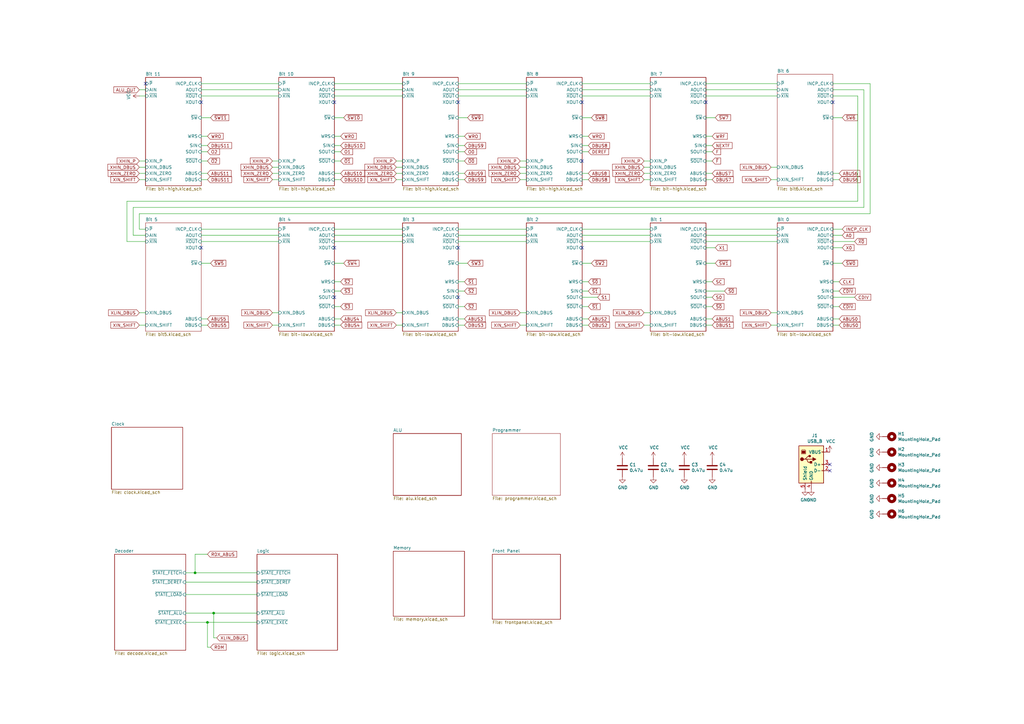
<source format=kicad_sch>
(kicad_sch (version 20210126) (generator eeschema)
  (paper "A3")
  (title_block (title "Q2") (date "2021-02-05") (rev "1") (company "joewing.net"))
  (lib_symbols
    (symbol "Connector:USB_B" (pin_names (offset 1.016))
      (property "Reference" "J" (at -5.08 11.43 0))
      (property "Value" "USB_B" (at -5.08 8.89 0))
      (symbol "USB_B_0_1"
        (circle (center -3.81 2.159) (radius 0.635) (stroke (width 0.254)) (fill (type outline)))
        (circle (center -0.635 3.429) (radius 0.381) (stroke (width 0.254)) (fill (type outline)))
        (rectangle (start -5.08 -7.62) (end 5.08 7.62) (stroke (width 0.254)) (fill (type background)))
        (rectangle (start -3.81 5.588) (end -2.54 4.572) (fill (type outline)))
        (rectangle (start -0.127 -7.62) (end 0.127 -6.858))
        (rectangle (start 0.254 1.27) (end -0.508 0.508) (stroke (width 0.254)) (fill (type outline)))
        (rectangle (start 5.08 -2.667) (end 4.318 -2.413))
        (rectangle (start 5.08 -0.127) (end 4.318 0.127))
        (rectangle (start 5.08 4.953) (end 4.318 5.207))
        (polyline (pts (xy -1.905 2.159) (xy 0.635 2.159)) (stroke (width 0.254)))
        (polyline (pts (xy -3.175 2.159) (xy -2.54 2.159) (xy -1.27 3.429) (xy -0.635 3.429)) (stroke (width 0.254)))
        (polyline (pts (xy -2.54 2.159) (xy -1.905 2.159) (xy -1.27 0.889) (xy 0 0.889)) (stroke (width 0.254)))
        (polyline (pts (xy 0.635 2.794) (xy 0.635 1.524) (xy 1.905 2.159) (xy 0.635 2.794)) (stroke (width 0.254)) (fill (type outline)))
        (polyline (pts (xy -4.064 4.318) (xy -2.286 4.318) (xy -2.286 5.715) (xy -2.667 6.096) (xy -3.683 6.096) (xy -4.064 5.715) (xy -4.064 4.318)))
      )
      (symbol "USB_B_1_1"
        (pin power_out line (at 7.62 5.08 180) (length 2.54) (name "VBUS") (number "1"))
        (pin bidirectional line (at 7.62 -2.54 180) (length 2.54) (name "D-") (number "2"))
        (pin bidirectional line (at 7.62 0 180) (length 2.54) (name "D+") (number "3"))
        (pin power_out line (at 0 -10.16 90) (length 2.54) (name "GND") (number "4"))
        (pin passive line (at -2.54 -10.16 90) (length 2.54) (name "Shield") (number "5"))
      )
    )
    (symbol "Device:C" (pin_numbers hide) (pin_names (offset 0.254))
      (property "Reference" "C" (at 0.635 2.54 0))
      (property "Value" "C" (at 0.635 -2.54 0))
      (symbol "C_0_1"
        (polyline (pts (xy -2.032 -0.762) (xy 2.032 -0.762)) (stroke (width 0.508)))
        (polyline (pts (xy -2.032 0.762) (xy 2.032 0.762)) (stroke (width 0.508)))
      )
      (symbol "C_1_1"
        (pin passive line (at 0 3.81 270) (length 2.794) (name "~") (number "1"))
        (pin passive line (at 0 -3.81 90) (length 2.794) (name "~") (number "2"))
      )
    )
    (symbol "Mechanical:MountingHole_Pad" (pin_numbers hide) (pin_names (offset 1.016) hide)
      (property "Reference" "H" (at 0 6.35 0))
      (property "Value" "MountingHole_Pad" (at 0 4.445 0))
      (symbol "MountingHole_Pad_0_1"
        (circle (center 0 1.27) (radius 1.27) (stroke (width 1.27)))
      )
      (symbol "MountingHole_Pad_1_1"
        (pin input line (at 0 -2.54 90) (length 2.54) (name "1") (number "1"))
      )
    )
    (symbol "power:GND" (power) (pin_names (offset 0))
      (property "Value" "GND" (at 0 -3.81 0))
      (symbol "GND_0_1"
        (polyline (pts (xy 0 0) (xy 0 -1.27) (xy 1.27 -1.27) (xy 0 -2.54) (xy -1.27 -1.27) (xy 0 -1.27)))
      )
      (symbol "GND_1_1"
        (pin power_in line (at 0 0 270) (length 0) hide (name "GND") (number "1"))
      )
    )
    (symbol "power:VCC" (power) (pin_names (offset 0))
      (property "Value" "VCC" (at 0 3.81 0))
      (symbol "VCC_0_1"
        (polyline (pts (xy -0.762 1.27) (xy 0 2.54)))
        (polyline (pts (xy 0 0) (xy 0 2.54)))
        (polyline (pts (xy 0 2.54) (xy 0.762 1.27)))
      )
      (symbol "VCC_1_1"
        (pin power_in line (at 0 0 90) (length 0) hide (name "VCC") (number "1"))
      )
    )
  )
  (junction (at 80.01 234.95) (diameter 0.9144))
  (junction (at 85.09 255.27) (diameter 0.9144))
  (junction (at 87.63 251.46) (diameter 0.9144))
  (no_connect (at 59.69 34.29))
  (no_connect (at 82.55 41.91))
  (no_connect (at 82.55 101.6))
  (no_connect (at 137.16 41.91))
  (no_connect (at 137.16 101.6))
  (no_connect (at 137.16 121.92))
  (no_connect (at 187.96 41.91))
  (no_connect (at 187.96 101.6))
  (no_connect (at 187.96 121.92))
  (no_connect (at 238.76 41.91))
  (no_connect (at 238.76 66.04))
  (no_connect (at 238.76 101.6))
  (no_connect (at 289.56 41.91))
  (no_connect (at 340.36 190.5))
  (no_connect (at 340.36 193.04))
  (no_connect (at 341.63 41.91))
  (wire (pts (xy 52.07 82.55) (xy 351.79 82.55)))
  (wire (pts (xy 52.07 99.06) (xy 52.07 82.55)))
  (wire (pts (xy 52.07 99.06) (xy 59.69 99.06)))
  (wire (pts (xy 54.61 85.09) (xy 54.61 96.52)))
  (wire (pts (xy 54.61 85.09) (xy 354.33 85.09)))
  (wire (pts (xy 54.61 96.52) (xy 59.69 96.52)))
  (wire (pts (xy 57.15 36.83) (xy 59.69 36.83)))
  (wire (pts (xy 57.15 39.37) (xy 59.69 39.37)))
  (wire (pts (xy 57.15 66.04) (xy 59.69 66.04)))
  (wire (pts (xy 57.15 68.58) (xy 59.69 68.58)))
  (wire (pts (xy 57.15 71.12) (xy 59.69 71.12)))
  (wire (pts (xy 57.15 73.66) (xy 59.69 73.66)))
  (wire (pts (xy 57.15 87.63) (xy 356.87 87.63)))
  (wire (pts (xy 57.15 93.98) (xy 57.15 87.63)))
  (wire (pts (xy 57.15 128.27) (xy 59.69 128.27)))
  (wire (pts (xy 57.15 133.35) (xy 59.69 133.35)))
  (wire (pts (xy 59.69 93.98) (xy 57.15 93.98)))
  (wire (pts (xy 76.2 234.95) (xy 80.01 234.95)))
  (wire (pts (xy 76.2 238.76) (xy 105.41 238.76)))
  (wire (pts (xy 76.2 243.84) (xy 105.41 243.84)))
  (wire (pts (xy 76.2 251.46) (xy 87.63 251.46)))
  (wire (pts (xy 76.2 255.27) (xy 85.09 255.27)))
  (wire (pts (xy 80.01 227.33) (xy 80.01 234.95)))
  (wire (pts (xy 80.01 234.95) (xy 105.41 234.95)))
  (wire (pts (xy 82.55 34.29) (xy 114.3 34.29)))
  (wire (pts (xy 82.55 39.37) (xy 114.3 39.37)))
  (wire (pts (xy 82.55 55.88) (xy 85.09 55.88)))
  (wire (pts (xy 82.55 62.23) (xy 85.09 62.23)))
  (wire (pts (xy 82.55 66.04) (xy 85.09 66.04)))
  (wire (pts (xy 82.55 71.12) (xy 85.09 71.12)))
  (wire (pts (xy 82.55 73.66) (xy 85.09 73.66)))
  (wire (pts (xy 82.55 96.52) (xy 114.3 96.52)))
  (wire (pts (xy 82.55 99.06) (xy 114.3 99.06)))
  (wire (pts (xy 82.55 130.81) (xy 85.09 130.81)))
  (wire (pts (xy 82.55 133.35) (xy 85.09 133.35)))
  (wire (pts (xy 85.09 59.69) (xy 82.55 59.69)))
  (wire (pts (xy 85.09 227.33) (xy 80.01 227.33)))
  (wire (pts (xy 85.09 255.27) (xy 105.41 255.27)))
  (wire (pts (xy 85.09 265.43) (xy 85.09 255.27)))
  (wire (pts (xy 86.36 48.26) (xy 82.55 48.26)))
  (wire (pts (xy 86.36 107.95) (xy 82.55 107.95)))
  (wire (pts (xy 86.36 265.43) (xy 85.09 265.43)))
  (wire (pts (xy 87.63 251.46) (xy 105.41 251.46)))
  (wire (pts (xy 87.63 261.62) (xy 87.63 251.46)))
  (wire (pts (xy 88.9 261.62) (xy 87.63 261.62)))
  (wire (pts (xy 111.76 66.04) (xy 114.3 66.04)))
  (wire (pts (xy 111.76 68.58) (xy 114.3 68.58)))
  (wire (pts (xy 111.76 71.12) (xy 114.3 71.12)))
  (wire (pts (xy 111.76 73.66) (xy 114.3 73.66)))
  (wire (pts (xy 111.76 128.27) (xy 114.3 128.27)))
  (wire (pts (xy 111.76 133.35) (xy 114.3 133.35)))
  (wire (pts (xy 114.3 36.83) (xy 82.55 36.83)))
  (wire (pts (xy 114.3 93.98) (xy 82.55 93.98)))
  (wire (pts (xy 137.16 34.29) (xy 165.1 34.29)))
  (wire (pts (xy 137.16 36.83) (xy 165.1 36.83)))
  (wire (pts (xy 137.16 39.37) (xy 165.1 39.37)))
  (wire (pts (xy 137.16 55.88) (xy 139.7 55.88)))
  (wire (pts (xy 137.16 62.23) (xy 139.7 62.23)))
  (wire (pts (xy 137.16 66.04) (xy 139.7 66.04)))
  (wire (pts (xy 137.16 71.12) (xy 139.7 71.12)))
  (wire (pts (xy 137.16 73.66) (xy 139.7 73.66)))
  (wire (pts (xy 137.16 93.98) (xy 165.1 93.98)))
  (wire (pts (xy 137.16 96.52) (xy 165.1 96.52)))
  (wire (pts (xy 137.16 99.06) (xy 165.1 99.06)))
  (wire (pts (xy 137.16 115.57) (xy 139.7 115.57)))
  (wire (pts (xy 137.16 125.73) (xy 139.7 125.73)))
  (wire (pts (xy 137.16 130.81) (xy 139.7 130.81)))
  (wire (pts (xy 137.16 133.35) (xy 139.7 133.35)))
  (wire (pts (xy 139.7 59.69) (xy 137.16 59.69)))
  (wire (pts (xy 139.7 119.38) (xy 137.16 119.38)))
  (wire (pts (xy 140.97 48.26) (xy 137.16 48.26)))
  (wire (pts (xy 140.97 107.95) (xy 137.16 107.95)))
  (wire (pts (xy 162.56 66.04) (xy 165.1 66.04)))
  (wire (pts (xy 162.56 68.58) (xy 165.1 68.58)))
  (wire (pts (xy 162.56 71.12) (xy 165.1 71.12)))
  (wire (pts (xy 162.56 73.66) (xy 165.1 73.66)))
  (wire (pts (xy 162.56 128.27) (xy 165.1 128.27)))
  (wire (pts (xy 162.56 133.35) (xy 165.1 133.35)))
  (wire (pts (xy 187.96 34.29) (xy 215.9 34.29)))
  (wire (pts (xy 187.96 36.83) (xy 215.9 36.83)))
  (wire (pts (xy 187.96 39.37) (xy 215.9 39.37)))
  (wire (pts (xy 187.96 55.88) (xy 190.5 55.88)))
  (wire (pts (xy 187.96 62.23) (xy 190.5 62.23)))
  (wire (pts (xy 187.96 66.04) (xy 190.5 66.04)))
  (wire (pts (xy 187.96 71.12) (xy 190.5 71.12)))
  (wire (pts (xy 187.96 73.66) (xy 190.5 73.66)))
  (wire (pts (xy 187.96 93.98) (xy 215.9 93.98)))
  (wire (pts (xy 187.96 96.52) (xy 215.9 96.52)))
  (wire (pts (xy 187.96 99.06) (xy 215.9 99.06)))
  (wire (pts (xy 187.96 115.57) (xy 190.5 115.57)))
  (wire (pts (xy 187.96 125.73) (xy 190.5 125.73)))
  (wire (pts (xy 187.96 130.81) (xy 190.5 130.81)))
  (wire (pts (xy 187.96 133.35) (xy 190.5 133.35)))
  (wire (pts (xy 190.5 59.69) (xy 187.96 59.69)))
  (wire (pts (xy 190.5 119.38) (xy 187.96 119.38)))
  (wire (pts (xy 191.77 48.26) (xy 187.96 48.26)))
  (wire (pts (xy 191.77 107.95) (xy 187.96 107.95)))
  (wire (pts (xy 213.36 66.04) (xy 215.9 66.04)))
  (wire (pts (xy 213.36 68.58) (xy 215.9 68.58)))
  (wire (pts (xy 213.36 71.12) (xy 215.9 71.12)))
  (wire (pts (xy 213.36 73.66) (xy 215.9 73.66)))
  (wire (pts (xy 213.36 128.27) (xy 215.9 128.27)))
  (wire (pts (xy 213.36 133.35) (xy 215.9 133.35)))
  (wire (pts (xy 238.76 34.29) (xy 266.7 34.29)))
  (wire (pts (xy 238.76 36.83) (xy 266.7 36.83)))
  (wire (pts (xy 238.76 39.37) (xy 266.7 39.37)))
  (wire (pts (xy 238.76 55.88) (xy 241.3 55.88)))
  (wire (pts (xy 238.76 62.23) (xy 241.3 62.23)))
  (wire (pts (xy 238.76 71.12) (xy 241.3 71.12)))
  (wire (pts (xy 238.76 73.66) (xy 241.3 73.66)))
  (wire (pts (xy 238.76 93.98) (xy 266.7 93.98)))
  (wire (pts (xy 238.76 96.52) (xy 266.7 96.52)))
  (wire (pts (xy 238.76 99.06) (xy 266.7 99.06)))
  (wire (pts (xy 238.76 115.57) (xy 241.3 115.57)))
  (wire (pts (xy 238.76 121.92) (xy 245.11 121.92)))
  (wire (pts (xy 238.76 125.73) (xy 241.3 125.73)))
  (wire (pts (xy 238.76 130.81) (xy 241.3 130.81)))
  (wire (pts (xy 238.76 133.35) (xy 241.3 133.35)))
  (wire (pts (xy 241.3 59.69) (xy 238.76 59.69)))
  (wire (pts (xy 241.3 119.38) (xy 238.76 119.38)))
  (wire (pts (xy 242.57 48.26) (xy 238.76 48.26)))
  (wire (pts (xy 242.57 107.95) (xy 238.76 107.95)))
  (wire (pts (xy 264.16 66.04) (xy 266.7 66.04)))
  (wire (pts (xy 264.16 68.58) (xy 266.7 68.58)))
  (wire (pts (xy 264.16 71.12) (xy 266.7 71.12)))
  (wire (pts (xy 264.16 73.66) (xy 266.7 73.66)))
  (wire (pts (xy 264.16 128.27) (xy 266.7 128.27)))
  (wire (pts (xy 264.16 133.35) (xy 266.7 133.35)))
  (wire (pts (xy 289.56 34.29) (xy 318.77 34.29)))
  (wire (pts (xy 289.56 36.83) (xy 318.77 36.83)))
  (wire (pts (xy 289.56 39.37) (xy 318.77 39.37)))
  (wire (pts (xy 289.56 55.88) (xy 292.1 55.88)))
  (wire (pts (xy 289.56 62.23) (xy 292.1 62.23)))
  (wire (pts (xy 289.56 66.04) (xy 292.1 66.04)))
  (wire (pts (xy 289.56 71.12) (xy 292.1 71.12)))
  (wire (pts (xy 289.56 73.66) (xy 292.1 73.66)))
  (wire (pts (xy 289.56 93.98) (xy 318.77 93.98)))
  (wire (pts (xy 289.56 96.52) (xy 318.77 96.52)))
  (wire (pts (xy 289.56 99.06) (xy 318.77 99.06)))
  (wire (pts (xy 289.56 115.57) (xy 292.1 115.57)))
  (wire (pts (xy 289.56 119.38) (xy 297.18 119.38)))
  (wire (pts (xy 289.56 121.92) (xy 292.1 121.92)))
  (wire (pts (xy 289.56 125.73) (xy 292.1 125.73)))
  (wire (pts (xy 289.56 130.81) (xy 292.1 130.81)))
  (wire (pts (xy 289.56 133.35) (xy 292.1 133.35)))
  (wire (pts (xy 292.1 59.69) (xy 289.56 59.69)))
  (wire (pts (xy 293.37 48.26) (xy 289.56 48.26)))
  (wire (pts (xy 293.37 101.6) (xy 289.56 101.6)))
  (wire (pts (xy 293.37 107.95) (xy 289.56 107.95)))
  (wire (pts (xy 316.23 68.58) (xy 318.77 68.58)))
  (wire (pts (xy 316.23 73.66) (xy 318.77 73.66)))
  (wire (pts (xy 316.23 128.27) (xy 318.77 128.27)))
  (wire (pts (xy 316.23 133.35) (xy 318.77 133.35)))
  (wire (pts (xy 341.63 36.83) (xy 354.33 36.83)))
  (wire (pts (xy 341.63 71.12) (xy 344.17 71.12)))
  (wire (pts (xy 341.63 73.66) (xy 344.17 73.66)))
  (wire (pts (xy 341.63 93.98) (xy 345.44 93.98)))
  (wire (pts (xy 341.63 115.57) (xy 344.17 115.57)))
  (wire (pts (xy 341.63 121.92) (xy 350.52 121.92)))
  (wire (pts (xy 341.63 125.73) (xy 344.17 125.73)))
  (wire (pts (xy 341.63 130.81) (xy 344.17 130.81)))
  (wire (pts (xy 341.63 133.35) (xy 344.17 133.35)))
  (wire (pts (xy 344.17 119.38) (xy 341.63 119.38)))
  (wire (pts (xy 345.44 48.26) (xy 341.63 48.26)))
  (wire (pts (xy 345.44 96.52) (xy 341.63 96.52)))
  (wire (pts (xy 345.44 101.6) (xy 341.63 101.6)))
  (wire (pts (xy 345.44 107.95) (xy 341.63 107.95)))
  (wire (pts (xy 350.52 99.06) (xy 341.63 99.06)))
  (wire (pts (xy 351.79 39.37) (xy 341.63 39.37)))
  (wire (pts (xy 351.79 82.55) (xy 351.79 39.37)))
  (wire (pts (xy 354.33 36.83) (xy 354.33 85.09)))
  (wire (pts (xy 356.87 34.29) (xy 341.63 34.29)))
  (wire (pts (xy 356.87 34.29) (xy 356.87 87.63)))
  (global_label "ALU_OUT" (shape input) (at 57.15 36.83 180) (property "Intersheet References" "${INTERSHEET_REFS}" (effects hide)))
  (global_label "XHIN_P" (shape input) (at 57.15 66.04 180) (property "Intersheet References" "${INTERSHEET_REFS}" (effects hide)))
  (global_label "XHIN_DBUS" (shape input) (at 57.15 68.58 180) (property "Intersheet References" "${INTERSHEET_REFS}" (effects hide)))
  (global_label "XHIN_ZERO" (shape input) (at 57.15 71.12 180) (property "Intersheet References" "${INTERSHEET_REFS}" (effects hide)))
  (global_label "XIN_SHIFT" (shape input) (at 57.15 73.66 180) (property "Intersheet References" "${INTERSHEET_REFS}" (effects hide)))
  (global_label "XLIN_DBUS" (shape input) (at 57.15 128.27 180) (property "Intersheet References" "${INTERSHEET_REFS}" (effects hide)))
  (global_label "XIN_SHIFT" (shape input) (at 57.15 133.35 180) (property "Intersheet References" "${INTERSHEET_REFS}" (effects hide)))
  (global_label "WRO" (shape input) (at 85.09 55.88 0) (property "Intersheet References" "${INTERSHEET_REFS}" (effects hide)))
  (global_label "DBUS11" (shape input) (at 85.09 59.69 0) (property "Intersheet References" "${INTERSHEET_REFS}" (effects hide)))
  (global_label "O2" (shape input) (at 85.09 62.23 0) (property "Intersheet References" "${INTERSHEET_REFS}" (effects hide)))
  (global_label "~O2" (shape input) (at 85.09 66.04 0) (property "Intersheet References" "${INTERSHEET_REFS}" (effects hide)))
  (global_label "ABUS11" (shape input) (at 85.09 71.12 0) (property "Intersheet References" "${INTERSHEET_REFS}" (effects hide)))
  (global_label "DBUS11" (shape input) (at 85.09 73.66 0) (property "Intersheet References" "${INTERSHEET_REFS}" (effects hide)))
  (global_label "ABUS5" (shape input) (at 85.09 130.81 0) (property "Intersheet References" "${INTERSHEET_REFS}" (effects hide)))
  (global_label "DBUS5" (shape input) (at 85.09 133.35 0) (property "Intersheet References" "${INTERSHEET_REFS}" (effects hide)))
  (global_label "RDX_ABUS" (shape input) (at 85.09 227.33 0) (property "Intersheet References" "${INTERSHEET_REFS}" (effects hide)))
  (global_label "~SW11" (shape input) (at 86.36 48.26 0) (property "Intersheet References" "${INTERSHEET_REFS}" (effects hide)))
  (global_label "~SW5" (shape input) (at 86.36 107.95 0) (property "Intersheet References" "${INTERSHEET_REFS}" (effects hide)))
  (global_label "RDM" (shape input) (at 86.36 265.43 0) (property "Intersheet References" "${INTERSHEET_REFS}" (effects hide)))
  (global_label "XLIN_DBUS" (shape input) (at 88.9 261.62 0) (property "Intersheet References" "${INTERSHEET_REFS}" (effects hide)))
  (global_label "XHIN_P" (shape input) (at 111.76 66.04 180) (property "Intersheet References" "${INTERSHEET_REFS}" (effects hide)))
  (global_label "XHIN_DBUS" (shape input) (at 111.76 68.58 180) (property "Intersheet References" "${INTERSHEET_REFS}" (effects hide)))
  (global_label "XHIN_ZERO" (shape input) (at 111.76 71.12 180) (property "Intersheet References" "${INTERSHEET_REFS}" (effects hide)))
  (global_label "XIN_SHIFT" (shape input) (at 111.76 73.66 180) (property "Intersheet References" "${INTERSHEET_REFS}" (effects hide)))
  (global_label "XLIN_DBUS" (shape input) (at 111.76 128.27 180) (property "Intersheet References" "${INTERSHEET_REFS}" (effects hide)))
  (global_label "XIN_SHIFT" (shape input) (at 111.76 133.35 180) (property "Intersheet References" "${INTERSHEET_REFS}" (effects hide)))
  (global_label "WRO" (shape input) (at 139.7 55.88 0) (property "Intersheet References" "${INTERSHEET_REFS}" (effects hide)))
  (global_label "DBUS10" (shape input) (at 139.7 59.69 0) (property "Intersheet References" "${INTERSHEET_REFS}" (effects hide)))
  (global_label "O1" (shape input) (at 139.7 62.23 0) (property "Intersheet References" "${INTERSHEET_REFS}" (effects hide)))
  (global_label "~O1" (shape input) (at 139.7 66.04 0) (property "Intersheet References" "${INTERSHEET_REFS}" (effects hide)))
  (global_label "ABUS10" (shape input) (at 139.7 71.12 0) (property "Intersheet References" "${INTERSHEET_REFS}" (effects hide)))
  (global_label "DBUS10" (shape input) (at 139.7 73.66 0) (property "Intersheet References" "${INTERSHEET_REFS}" (effects hide)))
  (global_label "~S2" (shape input) (at 139.7 115.57 0) (property "Intersheet References" "${INTERSHEET_REFS}" (effects hide)))
  (global_label "~S3" (shape input) (at 139.7 119.38 0) (property "Intersheet References" "${INTERSHEET_REFS}" (effects hide)))
  (global_label "~S3" (shape input) (at 139.7 125.73 0) (property "Intersheet References" "${INTERSHEET_REFS}" (effects hide)))
  (global_label "ABUS4" (shape input) (at 139.7 130.81 0) (property "Intersheet References" "${INTERSHEET_REFS}" (effects hide)))
  (global_label "DBUS4" (shape input) (at 139.7 133.35 0) (property "Intersheet References" "${INTERSHEET_REFS}" (effects hide)))
  (global_label "~SW10" (shape input) (at 140.97 48.26 0) (property "Intersheet References" "${INTERSHEET_REFS}" (effects hide)))
  (global_label "~SW4" (shape input) (at 140.97 107.95 0) (property "Intersheet References" "${INTERSHEET_REFS}" (effects hide)))
  (global_label "XHIN_P" (shape input) (at 162.56 66.04 180) (property "Intersheet References" "${INTERSHEET_REFS}" (effects hide)))
  (global_label "XHIN_DBUS" (shape input) (at 162.56 68.58 180) (property "Intersheet References" "${INTERSHEET_REFS}" (effects hide)))
  (global_label "XHIN_ZERO" (shape input) (at 162.56 71.12 180) (property "Intersheet References" "${INTERSHEET_REFS}" (effects hide)))
  (global_label "XIN_SHIFT" (shape input) (at 162.56 73.66 180) (property "Intersheet References" "${INTERSHEET_REFS}" (effects hide)))
  (global_label "XLIN_DBUS" (shape input) (at 162.56 128.27 180) (property "Intersheet References" "${INTERSHEET_REFS}" (effects hide)))
  (global_label "XIN_SHIFT" (shape input) (at 162.56 133.35 180) (property "Intersheet References" "${INTERSHEET_REFS}" (effects hide)))
  (global_label "WRO" (shape input) (at 190.5 55.88 0) (property "Intersheet References" "${INTERSHEET_REFS}" (effects hide)))
  (global_label "DBUS9" (shape input) (at 190.5 59.69 0) (property "Intersheet References" "${INTERSHEET_REFS}" (effects hide)))
  (global_label "O0" (shape input) (at 190.5 62.23 0) (property "Intersheet References" "${INTERSHEET_REFS}" (effects hide)))
  (global_label "~O0" (shape input) (at 190.5 66.04 0) (property "Intersheet References" "${INTERSHEET_REFS}" (effects hide)))
  (global_label "ABUS9" (shape input) (at 190.5 71.12 0) (property "Intersheet References" "${INTERSHEET_REFS}" (effects hide)))
  (global_label "DBUS9" (shape input) (at 190.5 73.66 0) (property "Intersheet References" "${INTERSHEET_REFS}" (effects hide)))
  (global_label "~S1" (shape input) (at 190.5 115.57 0) (property "Intersheet References" "${INTERSHEET_REFS}" (effects hide)))
  (global_label "~S2" (shape input) (at 190.5 119.38 0) (property "Intersheet References" "${INTERSHEET_REFS}" (effects hide)))
  (global_label "~S2" (shape input) (at 190.5 125.73 0) (property "Intersheet References" "${INTERSHEET_REFS}" (effects hide)))
  (global_label "ABUS3" (shape input) (at 190.5 130.81 0) (property "Intersheet References" "${INTERSHEET_REFS}" (effects hide)))
  (global_label "DBUS3" (shape input) (at 190.5 133.35 0) (property "Intersheet References" "${INTERSHEET_REFS}" (effects hide)))
  (global_label "~SW9" (shape input) (at 191.77 48.26 0) (property "Intersheet References" "${INTERSHEET_REFS}" (effects hide)))
  (global_label "~SW3" (shape input) (at 191.77 107.95 0) (property "Intersheet References" "${INTERSHEET_REFS}" (effects hide)))
  (global_label "XHIN_P" (shape input) (at 213.36 66.04 180) (property "Intersheet References" "${INTERSHEET_REFS}" (effects hide)))
  (global_label "XHIN_DBUS" (shape input) (at 213.36 68.58 180) (property "Intersheet References" "${INTERSHEET_REFS}" (effects hide)))
  (global_label "XHIN_ZERO" (shape input) (at 213.36 71.12 180) (property "Intersheet References" "${INTERSHEET_REFS}" (effects hide)))
  (global_label "XIN_SHIFT" (shape input) (at 213.36 73.66 180) (property "Intersheet References" "${INTERSHEET_REFS}" (effects hide)))
  (global_label "XLIN_DBUS" (shape input) (at 213.36 128.27 180) (property "Intersheet References" "${INTERSHEET_REFS}" (effects hide)))
  (global_label "XIN_SHIFT" (shape input) (at 213.36 133.35 180) (property "Intersheet References" "${INTERSHEET_REFS}" (effects hide)))
  (global_label "WRO" (shape input) (at 241.3 55.88 0) (property "Intersheet References" "${INTERSHEET_REFS}" (effects hide)))
  (global_label "DBUS8" (shape input) (at 241.3 59.69 0) (property "Intersheet References" "${INTERSHEET_REFS}" (effects hide)))
  (global_label "DEREF" (shape input) (at 241.3 62.23 0) (property "Intersheet References" "${INTERSHEET_REFS}" (effects hide)))
  (global_label "ABUS8" (shape input) (at 241.3 71.12 0) (property "Intersheet References" "${INTERSHEET_REFS}" (effects hide)))
  (global_label "DBUS8" (shape input) (at 241.3 73.66 0) (property "Intersheet References" "${INTERSHEET_REFS}" (effects hide)))
  (global_label "~S0" (shape input) (at 241.3 115.57 0) (property "Intersheet References" "${INTERSHEET_REFS}" (effects hide)))
  (global_label "~S1" (shape input) (at 241.3 119.38 0) (property "Intersheet References" "${INTERSHEET_REFS}" (effects hide)))
  (global_label "~S1" (shape input) (at 241.3 125.73 0) (property "Intersheet References" "${INTERSHEET_REFS}" (effects hide)))
  (global_label "ABUS2" (shape input) (at 241.3 130.81 0) (property "Intersheet References" "${INTERSHEET_REFS}" (effects hide)))
  (global_label "DBUS2" (shape input) (at 241.3 133.35 0) (property "Intersheet References" "${INTERSHEET_REFS}" (effects hide)))
  (global_label "~SW8" (shape input) (at 242.57 48.26 0) (property "Intersheet References" "${INTERSHEET_REFS}" (effects hide)))
  (global_label "~SW2" (shape input) (at 242.57 107.95 0) (property "Intersheet References" "${INTERSHEET_REFS}" (effects hide)))
  (global_label "S1" (shape input) (at 245.11 121.92 0) (property "Intersheet References" "${INTERSHEET_REFS}" (effects hide)))
  (global_label "XHIN_P" (shape input) (at 264.16 66.04 180) (property "Intersheet References" "${INTERSHEET_REFS}" (effects hide)))
  (global_label "XHIN_DBUS" (shape input) (at 264.16 68.58 180) (property "Intersheet References" "${INTERSHEET_REFS}" (effects hide)))
  (global_label "XHIN_ZERO" (shape input) (at 264.16 71.12 180) (property "Intersheet References" "${INTERSHEET_REFS}" (effects hide)))
  (global_label "XIN_SHIFT" (shape input) (at 264.16 73.66 180) (property "Intersheet References" "${INTERSHEET_REFS}" (effects hide)))
  (global_label "XLIN_DBUS" (shape input) (at 264.16 128.27 180) (property "Intersheet References" "${INTERSHEET_REFS}" (effects hide)))
  (global_label "XIN_SHIFT" (shape input) (at 264.16 133.35 180) (property "Intersheet References" "${INTERSHEET_REFS}" (effects hide)))
  (global_label "WRF" (shape input) (at 292.1 55.88 0) (property "Intersheet References" "${INTERSHEET_REFS}" (effects hide)))
  (global_label "NEXTF" (shape input) (at 292.1 59.69 0) (property "Intersheet References" "${INTERSHEET_REFS}" (effects hide)))
  (global_label "F" (shape input) (at 292.1 62.23 0) (property "Intersheet References" "${INTERSHEET_REFS}" (effects hide)))
  (global_label "~F" (shape input) (at 292.1 66.04 0) (property "Intersheet References" "${INTERSHEET_REFS}" (effects hide)))
  (global_label "ABUS7" (shape input) (at 292.1 71.12 0) (property "Intersheet References" "${INTERSHEET_REFS}" (effects hide)))
  (global_label "DBUS7" (shape input) (at 292.1 73.66 0) (property "Intersheet References" "${INTERSHEET_REFS}" (effects hide)))
  (global_label "SC" (shape input) (at 292.1 115.57 0) (property "Intersheet References" "${INTERSHEET_REFS}" (effects hide)))
  (global_label "S0" (shape input) (at 292.1 121.92 0) (property "Intersheet References" "${INTERSHEET_REFS}" (effects hide)))
  (global_label "~S0" (shape input) (at 292.1 125.73 0) (property "Intersheet References" "${INTERSHEET_REFS}" (effects hide)))
  (global_label "ABUS1" (shape input) (at 292.1 130.81 0) (property "Intersheet References" "${INTERSHEET_REFS}" (effects hide)))
  (global_label "DBUS1" (shape input) (at 292.1 133.35 0) (property "Intersheet References" "${INTERSHEET_REFS}" (effects hide)))
  (global_label "~SW7" (shape input) (at 293.37 48.26 0) (property "Intersheet References" "${INTERSHEET_REFS}" (effects hide)))
  (global_label "X1" (shape input) (at 293.37 101.6 0) (property "Intersheet References" "${INTERSHEET_REFS}" (effects hide)))
  (global_label "~SW1" (shape input) (at 293.37 107.95 0) (property "Intersheet References" "${INTERSHEET_REFS}" (effects hide)))
  (global_label "~S0" (shape input) (at 297.18 119.38 0) (property "Intersheet References" "${INTERSHEET_REFS}" (effects hide)))
  (global_label "XLIN_DBUS" (shape input) (at 316.23 68.58 180) (property "Intersheet References" "${INTERSHEET_REFS}" (effects hide)))
  (global_label "XIN_SHIFT" (shape input) (at 316.23 73.66 180) (property "Intersheet References" "${INTERSHEET_REFS}" (effects hide)))
  (global_label "XLIN_DBUS" (shape input) (at 316.23 128.27 180) (property "Intersheet References" "${INTERSHEET_REFS}" (effects hide)))
  (global_label "XIN_SHIFT" (shape input) (at 316.23 133.35 180) (property "Intersheet References" "${INTERSHEET_REFS}" (effects hide)))
  (global_label "ABUS6" (shape input) (at 344.17 71.12 0) (property "Intersheet References" "${INTERSHEET_REFS}" (effects hide)))
  (global_label "DBUS6" (shape input) (at 344.17 73.66 0) (property "Intersheet References" "${INTERSHEET_REFS}" (effects hide)))
  (global_label "CLK" (shape input) (at 344.17 115.57 0) (property "Intersheet References" "${INTERSHEET_REFS}" (effects hide)))
  (global_label "~CDIV" (shape input) (at 344.17 119.38 0) (property "Intersheet References" "${INTERSHEET_REFS}" (effects hide)))
  (global_label "~CDIV" (shape input) (at 344.17 125.73 0) (property "Intersheet References" "${INTERSHEET_REFS}" (effects hide)))
  (global_label "ABUS0" (shape input) (at 344.17 130.81 0) (property "Intersheet References" "${INTERSHEET_REFS}" (effects hide)))
  (global_label "DBUS0" (shape input) (at 344.17 133.35 0) (property "Intersheet References" "${INTERSHEET_REFS}" (effects hide)))
  (global_label "~SW6" (shape input) (at 345.44 48.26 0) (property "Intersheet References" "${INTERSHEET_REFS}" (effects hide)))
  (global_label "INCP_CLK" (shape input) (at 345.44 93.98 0) (property "Intersheet References" "${INTERSHEET_REFS}" (effects hide)))
  (global_label "A0" (shape input) (at 345.44 96.52 0) (property "Intersheet References" "${INTERSHEET_REFS}" (effects hide)))
  (global_label "X0" (shape input) (at 345.44 101.6 0) (property "Intersheet References" "${INTERSHEET_REFS}" (effects hide)))
  (global_label "~SW0" (shape input) (at 345.44 107.95 0) (property "Intersheet References" "${INTERSHEET_REFS}" (effects hide)))
  (global_label "~X0" (shape input) (at 350.52 99.06 0) (property "Intersheet References" "${INTERSHEET_REFS}" (effects hide)))
  (global_label "CDIV" (shape input) (at 350.52 121.92 0) (property "Intersheet References" "${INTERSHEET_REFS}" (effects hide)))
  (symbol (lib_id "power:VCC") (at 57.15 39.37 90) (unit 1)
    (property "Reference" "#PWR01" (effects hide))
    (property "Value" "VCC" (at 52.7558 38.9382 0))
  )
  (symbol (lib_id "power:VCC") (at 255.27 187.96 0) (unit 1)
    (property "Reference" "#PWR019" (effects hide))
    (property "Value" "VCC" (at 255.7018 183.5658 0))
  )
  (symbol (lib_id "power:VCC") (at 267.97 187.96 0) (unit 1)
    (property "Reference" "#PWR020" (effects hide))
    (property "Value" "VCC" (at 268.4018 183.5658 0))
  )
  (symbol (lib_id "power:VCC") (at 280.67 187.96 0) (unit 1)
    (property "Reference" "#PWR021" (effects hide))
    (property "Value" "VCC" (at 281.1018 183.5658 0))
  )
  (symbol (lib_id "power:VCC") (at 292.1 187.96 0) (unit 1)
    (property "Reference" "#PWR022" (effects hide))
    (property "Value" "VCC" (at 292.5318 183.5658 0))
  )
  (symbol (lib_id "power:VCC") (at 340.36 185.42 0) (unit 1)
    (property "Reference" "#PWR017" (effects hide))
    (property "Value" "VCC" (at 340.741 181.0258 0))
  )
  (symbol (lib_id "power:GND") (at 255.27 195.58 0) (unit 1)
    (property "Reference" "#PWR024" (effects hide))
    (property "Value" "GND" (at 255.397 199.9742 0))
  )
  (symbol (lib_id "power:GND") (at 267.97 195.58 0) (unit 1)
    (property "Reference" "#PWR025" (effects hide))
    (property "Value" "GND" (at 268.097 199.9742 0))
  )
  (symbol (lib_id "power:GND") (at 280.67 195.58 0) (unit 1)
    (property "Reference" "#PWR026" (effects hide))
    (property "Value" "GND" (at 280.797 199.9742 0))
  )
  (symbol (lib_id "power:GND") (at 292.1 195.58 0) (unit 1)
    (property "Reference" "#PWR027" (effects hide))
    (property "Value" "GND" (at 292.227 199.9742 0))
  )
  (symbol (lib_id "power:GND") (at 330.2 200.66 0) (unit 1)
    (property "Reference" "#PWR029" (effects hide))
    (property "Value" "GND" (at 330.327 205.0542 0))
  )
  (symbol (lib_id "power:GND") (at 332.74 200.66 0) (unit 1)
    (property "Reference" "#PWR030" (effects hide))
    (property "Value" "GND" (at 332.867 205.0542 0))
  )
  (symbol (lib_id "power:GND") (at 361.95 179.07 270) (unit 1)
    (property "Reference" "#PWR016" (effects hide))
    (property "Value" "GND" (at 357.5558 179.197 0))
  )
  (symbol (lib_id "power:GND") (at 361.95 185.42 270) (unit 1)
    (property "Reference" "#PWR018" (effects hide))
    (property "Value" "GND" (at 357.5558 185.547 0))
  )
  (symbol (lib_id "power:GND") (at 361.95 191.77 270) (unit 1)
    (property "Reference" "#PWR023" (effects hide))
    (property "Value" "GND" (at 357.5558 191.897 0))
  )
  (symbol (lib_id "power:GND") (at 361.95 198.12 270) (unit 1)
    (property "Reference" "#PWR028" (effects hide))
    (property "Value" "GND" (at 357.5558 198.247 0))
  )
  (symbol (lib_id "power:GND") (at 361.95 204.47 270) (unit 1)
    (property "Reference" "#PWR031" (effects hide))
    (property "Value" "GND" (at 357.5558 204.597 0))
  )
  (symbol (lib_id "power:GND") (at 361.95 210.82 270) (unit 1)
    (property "Reference" "#PWR032" (effects hide))
    (property "Value" "GND" (at 357.5558 210.947 0))
  )
  (symbol (lib_id "Mechanical:MountingHole_Pad") (at 364.49 179.07 270) (unit 1)
    (property "Reference" "H1" (at 368.3 177.9016 90) (effects (justify left)))
    (property "Value" "MountingHole_Pad" (at 368.3 180.213 90) (effects (justify left)))
    (property "Footprint" "MountingHole:MountingHole_3.2mm_M3_Pad_Via" (effects hide))
  )
  (symbol (lib_id "Mechanical:MountingHole_Pad") (at 364.49 185.42 270) (unit 1)
    (property "Reference" "H2" (at 368.3 184.2516 90) (effects (justify left)))
    (property "Value" "MountingHole_Pad" (at 368.3 186.563 90) (effects (justify left)))
    (property "Footprint" "MountingHole:MountingHole_3.2mm_M3_Pad_Via" (effects hide))
  )
  (symbol (lib_id "Mechanical:MountingHole_Pad") (at 364.49 191.77 270) (unit 1)
    (property "Reference" "H3" (at 368.3 190.6016 90) (effects (justify left)))
    (property "Value" "MountingHole_Pad" (at 368.3 192.913 90) (effects (justify left)))
    (property "Footprint" "MountingHole:MountingHole_3.2mm_M3_Pad_Via" (effects hide))
  )
  (symbol (lib_id "Mechanical:MountingHole_Pad") (at 364.49 198.12 270) (unit 1)
    (property "Reference" "H4" (at 368.3 196.9516 90) (effects (justify left)))
    (property "Value" "MountingHole_Pad" (at 368.3 199.263 90) (effects (justify left)))
    (property "Footprint" "MountingHole:MountingHole_3.2mm_M3_Pad_Via" (effects hide))
  )
  (symbol (lib_id "Mechanical:MountingHole_Pad") (at 364.49 204.47 270) (unit 1)
    (property "Reference" "H5" (at 368.3 203.3016 90) (effects (justify left)))
    (property "Value" "MountingHole_Pad" (at 368.3 205.613 90) (effects (justify left)))
    (property "Footprint" "MountingHole:MountingHole_3.2mm_M3_Pad_Via" (effects hide))
  )
  (symbol (lib_id "Mechanical:MountingHole_Pad") (at 364.49 210.82 270) (unit 1)
    (property "Reference" "H6" (at 368.3 209.6516 90) (effects (justify left)))
    (property "Value" "MountingHole_Pad" (at 368.3 211.963 90) (effects (justify left)))
    (property "Footprint" "MountingHole:MountingHole_3.2mm_M3_Pad_Via" (effects hide))
  )
  (symbol (lib_id "Device:C") (at 255.27 191.77 0) (unit 1)
    (property "Reference" "C1" (at 258.191 190.6016 0) (effects (justify left)))
    (property "Value" "0.47u" (at 258.191 192.913 0) (effects (justify left)))
    (property "Footprint" "Capacitor_SMD:C_0805_2012Metric" (effects hide))
    (property "LCSC" "C13967" (effects hide))
  )
  (symbol (lib_id "Device:C") (at 267.97 191.77 0) (unit 1)
    (property "Reference" "C2" (at 270.891 190.6016 0) (effects (justify left)))
    (property "Value" "0.47u" (at 270.891 192.913 0) (effects (justify left)))
    (property "Footprint" "Capacitor_SMD:C_0805_2012Metric" (effects hide))
    (property "LCSC" "C13967" (effects hide))
  )
  (symbol (lib_id "Device:C") (at 280.67 191.77 0) (unit 1)
    (property "Reference" "C3" (at 283.591 190.6016 0) (effects (justify left)))
    (property "Value" "0.47u" (at 283.591 192.913 0) (effects (justify left)))
    (property "Footprint" "Capacitor_SMD:C_0805_2012Metric" (effects hide))
    (property "LCSC" "C13967" (effects hide))
  )
  (symbol (lib_id "Device:C") (at 292.1 191.77 0) (unit 1)
    (property "Reference" "C4" (at 295.021 190.6016 0) (effects (justify left)))
    (property "Value" "0.47u" (at 295.021 192.913 0) (effects (justify left)))
    (property "Footprint" "Capacitor_SMD:C_0805_2012Metric" (effects hide))
    (property "LCSC" "C13967" (effects hide))
  )
  (symbol (lib_id "Connector:USB_B") (at 332.74 190.5 0) (unit 1)
    (property "Reference" "J1" (at 334.1878 178.6382 0))
    (property "Value" "USB_B" (at 334.1878 180.9496 0))
    (property "Footprint" "Connector_USB:USB_B_OST_USB-B1HSxx_Horizontal" (effects hide))
    (property "Datasheet" " ~" (effects hide))
  )
  (sheet (at 161.29 177.8) (size 27.94 25.4)
    (property "Sheet name" "ALU" (at 161.29 177.1645 0) (effects (justify left bottom)))
    (property "Sheet file" "alu.kicad_sch" (at 161.29 203.7085 0) (effects (justify left top)))
  )
  (sheet (at 318.77 91.44) (size 22.86 44.45)
    (property "Sheet name" "Bit 0" (at 318.77 90.8045 0) (effects (justify left bottom)))
    (property "Sheet file" "bit-low.kicad_sch" (at 318.77 136.399 0) (effects (justify left top)))
    (pin "DBUS" input (at 341.63 133.35 0))
    (pin "~SW" input (at 341.63 107.95 0))
    (pin "ABUS" input (at 341.63 130.81 0))
    (pin "AIN" input (at 318.77 96.52 180))
    (pin "AOUT" input (at 341.63 96.52 0))
    (pin "~XIN" input (at 318.77 99.06 180))
    (pin "~XOUT" input (at 341.63 99.06 0))
    (pin "XOUT" input (at 341.63 101.6 0))
    (pin "~P" input (at 318.77 93.98 180))
    (pin "INCP_CLK" input (at 341.63 93.98 0))
    (pin "WRS" input (at 341.63 115.57 0))
    (pin "SIN" input (at 341.63 119.38 0))
    (pin "SOUT" input (at 341.63 121.92 0))
    (pin "~SOUT" input (at 341.63 125.73 0))
    (pin "XIN_DBUS" input (at 318.77 128.27 180))
    (pin "XIN_SHIFT" input (at 318.77 133.35 180))
  )
  (sheet (at 266.7 91.44) (size 22.86 44.45)
    (property "Sheet name" "Bit 1" (at 266.7 90.8045 0) (effects (justify left bottom)))
    (property "Sheet file" "bit-low.kicad_sch" (at 266.7 136.399 0) (effects (justify left top)))
    (pin "DBUS" input (at 289.56 133.35 0))
    (pin "~SW" input (at 289.56 107.95 0))
    (pin "ABUS" input (at 289.56 130.81 0))
    (pin "AIN" input (at 266.7 96.52 180))
    (pin "AOUT" input (at 289.56 96.52 0))
    (pin "~XIN" input (at 266.7 99.06 180))
    (pin "~XOUT" input (at 289.56 99.06 0))
    (pin "XOUT" input (at 289.56 101.6 0))
    (pin "~P" input (at 266.7 93.98 180))
    (pin "INCP_CLK" input (at 289.56 93.98 0))
    (pin "WRS" input (at 289.56 115.57 0))
    (pin "SIN" input (at 289.56 119.38 0))
    (pin "SOUT" input (at 289.56 121.92 0))
    (pin "~SOUT" input (at 289.56 125.73 0))
    (pin "XIN_DBUS" input (at 266.7 128.27 180))
    (pin "XIN_SHIFT" input (at 266.7 133.35 180))
  )
  (sheet (at 114.3 31.75) (size 22.86 44.45)
    (property "Sheet name" "Bit 10" (at 114.3 31.1145 0) (effects (justify left bottom)))
    (property "Sheet file" "bit-high.kicad_sch" (at 114.3 76.709 0) (effects (justify left top)))
    (pin "DBUS" input (at 137.16 73.66 0))
    (pin "~SW" input (at 137.16 48.26 0))
    (pin "ABUS" input (at 137.16 71.12 0))
    (pin "AIN" input (at 114.3 36.83 180))
    (pin "AOUT" input (at 137.16 36.83 0))
    (pin "~XIN" input (at 114.3 39.37 180))
    (pin "~XOUT" input (at 137.16 39.37 0))
    (pin "XOUT" input (at 137.16 41.91 0))
    (pin "~P" input (at 114.3 34.29 180))
    (pin "INCP_CLK" input (at 137.16 34.29 0))
    (pin "WRS" input (at 137.16 55.88 0))
    (pin "SIN" input (at 137.16 59.69 0))
    (pin "SOUT" input (at 137.16 62.23 0))
    (pin "~SOUT" input (at 137.16 66.04 0))
    (pin "XIN_ZERO" input (at 114.3 71.12 180))
    (pin "XIN_DBUS" input (at 114.3 68.58 180))
    (pin "XIN_P" input (at 114.3 66.04 180))
    (pin "XIN_SHIFT" input (at 114.3 73.66 180))
  )
  (sheet (at 59.69 31.75) (size 22.86 44.45)
    (property "Sheet name" "Bit 11" (at 59.69 31.1145 0) (effects (justify left bottom)))
    (property "Sheet file" "bit-high.kicad_sch" (at 59.69 76.709 0) (effects (justify left top)))
    (pin "DBUS" input (at 82.55 73.66 0))
    (pin "~SW" input (at 82.55 48.26 0))
    (pin "ABUS" input (at 82.55 71.12 0))
    (pin "AIN" input (at 59.69 36.83 180))
    (pin "AOUT" input (at 82.55 36.83 0))
    (pin "~XIN" input (at 59.69 39.37 180))
    (pin "~XOUT" input (at 82.55 39.37 0))
    (pin "XOUT" input (at 82.55 41.91 0))
    (pin "~P" input (at 59.69 34.29 180))
    (pin "INCP_CLK" input (at 82.55 34.29 0))
    (pin "WRS" input (at 82.55 55.88 0))
    (pin "SIN" input (at 82.55 59.69 0))
    (pin "SOUT" input (at 82.55 62.23 0))
    (pin "~SOUT" input (at 82.55 66.04 0))
    (pin "XIN_ZERO" input (at 59.69 71.12 180))
    (pin "XIN_DBUS" input (at 59.69 68.58 180))
    (pin "XIN_P" input (at 59.69 66.04 180))
    (pin "XIN_SHIFT" input (at 59.69 73.66 180))
  )
  (sheet (at 215.9 91.44) (size 22.86 44.45)
    (property "Sheet name" "Bit 2" (at 215.9 90.8045 0) (effects (justify left bottom)))
    (property "Sheet file" "bit-low.kicad_sch" (at 215.9 136.399 0) (effects (justify left top)))
    (pin "DBUS" input (at 238.76 133.35 0))
    (pin "~SW" input (at 238.76 107.95 0))
    (pin "ABUS" input (at 238.76 130.81 0))
    (pin "AIN" input (at 215.9 96.52 180))
    (pin "AOUT" input (at 238.76 96.52 0))
    (pin "~XIN" input (at 215.9 99.06 180))
    (pin "~XOUT" input (at 238.76 99.06 0))
    (pin "XOUT" input (at 238.76 101.6 0))
    (pin "~P" input (at 215.9 93.98 180))
    (pin "INCP_CLK" input (at 238.76 93.98 0))
    (pin "WRS" input (at 238.76 115.57 0))
    (pin "SIN" input (at 238.76 119.38 0))
    (pin "SOUT" input (at 238.76 121.92 0))
    (pin "~SOUT" input (at 238.76 125.73 0))
    (pin "XIN_DBUS" input (at 215.9 128.27 180))
    (pin "XIN_SHIFT" input (at 215.9 133.35 180))
  )
  (sheet (at 165.1 91.44) (size 22.86 44.45)
    (property "Sheet name" "Bit 3" (at 165.1 90.8045 0) (effects (justify left bottom)))
    (property "Sheet file" "bit-low.kicad_sch" (at 165.1 136.399 0) (effects (justify left top)))
    (pin "DBUS" input (at 187.96 133.35 0))
    (pin "~SW" input (at 187.96 107.95 0))
    (pin "ABUS" input (at 187.96 130.81 0))
    (pin "AIN" input (at 165.1 96.52 180))
    (pin "AOUT" input (at 187.96 96.52 0))
    (pin "~XIN" input (at 165.1 99.06 180))
    (pin "~XOUT" input (at 187.96 99.06 0))
    (pin "XOUT" input (at 187.96 101.6 0))
    (pin "~P" input (at 165.1 93.98 180))
    (pin "INCP_CLK" input (at 187.96 93.98 0))
    (pin "WRS" input (at 187.96 115.57 0))
    (pin "SIN" input (at 187.96 119.38 0))
    (pin "SOUT" input (at 187.96 121.92 0))
    (pin "~SOUT" input (at 187.96 125.73 0))
    (pin "XIN_DBUS" input (at 165.1 128.27 180))
    (pin "XIN_SHIFT" input (at 165.1 133.35 180))
  )
  (sheet (at 114.3 91.44) (size 22.86 44.45)
    (property "Sheet name" "Bit 4" (at 114.3 90.8045 0) (effects (justify left bottom)))
    (property "Sheet file" "bit-low.kicad_sch" (at 114.3 136.399 0) (effects (justify left top)))
    (pin "DBUS" input (at 137.16 133.35 0))
    (pin "~SW" input (at 137.16 107.95 0))
    (pin "ABUS" input (at 137.16 130.81 0))
    (pin "AIN" input (at 114.3 96.52 180))
    (pin "AOUT" input (at 137.16 96.52 0))
    (pin "~XIN" input (at 114.3 99.06 180))
    (pin "~XOUT" input (at 137.16 99.06 0))
    (pin "XOUT" input (at 137.16 101.6 0))
    (pin "~P" input (at 114.3 93.98 180))
    (pin "INCP_CLK" input (at 137.16 93.98 0))
    (pin "WRS" input (at 137.16 115.57 0))
    (pin "SIN" input (at 137.16 119.38 0))
    (pin "SOUT" input (at 137.16 121.92 0))
    (pin "~SOUT" input (at 137.16 125.73 0))
    (pin "XIN_DBUS" input (at 114.3 128.27 180))
    (pin "XIN_SHIFT" input (at 114.3 133.35 180))
  )
  (sheet (at 59.69 91.44) (size 22.86 44.45) (stroke (width 0.001))
    (property "Sheet name" "Bit 5" (at 59.69 90.8041 0) (effects (justify left bottom)))
    (property "Sheet file" "bit5.kicad_sch" (at 59.69 136.3989 0) (effects (justify left top)))
    (pin "~XIN" input (at 59.69 99.06 180))
    (pin "DBUS" input (at 82.55 133.35 0))
    (pin "AOUT" input (at 82.55 96.52 0))
    (pin "~P" input (at 59.69 93.98 180))
    (pin "XOUT" input (at 82.55 101.6 0))
    (pin "~SW" input (at 82.55 107.95 0))
    (pin "~XOUT" input (at 82.55 99.06 0))
    (pin "INCP_CLK" input (at 82.55 93.98 0))
    (pin "ABUS" input (at 82.55 130.81 0))
    (pin "XIN_DBUS" input (at 59.69 128.27 180))
    (pin "XIN_SHIFT" input (at 59.69 133.35 180))
    (pin "AIN" input (at 59.69 96.52 180))
  )
  (sheet (at 318.77 30.48) (size 22.86 45.72) (stroke (width 0.001))
    (property "Sheet name" "Bit 6" (at 318.77 29.844 0) (effects (justify left bottom)))
    (property "Sheet file" "bit6.kicad_sch" (at 318.77 76.7089 0) (effects (justify left top)))
    (pin "ABUS" input (at 341.63 71.12 0))
    (pin "~XOUT" input (at 341.63 39.37 0))
    (pin "XOUT" input (at 341.63 41.91 0))
    (pin "DBUS" input (at 341.63 73.66 0))
    (pin "~SW" input (at 341.63 48.26 0))
    (pin "~P" input (at 318.77 34.29 180))
    (pin "INCP_CLK" input (at 341.63 34.29 0))
    (pin "AIN" input (at 318.77 36.83 180))
    (pin "AOUT" input (at 341.63 36.83 0))
    (pin "XIN_SHIFT" input (at 318.77 73.66 180))
    (pin "~XIN" input (at 318.77 39.37 180))
    (pin "XIN_DBUS" input (at 318.77 68.58 180))
  )
  (sheet (at 266.7 31.75) (size 22.86 44.45)
    (property "Sheet name" "Bit 7" (at 266.7 31.1145 0) (effects (justify left bottom)))
    (property "Sheet file" "bit-high.kicad_sch" (at 266.7 76.709 0) (effects (justify left top)))
    (pin "DBUS" input (at 289.56 73.66 0))
    (pin "~SW" input (at 289.56 48.26 0))
    (pin "ABUS" input (at 289.56 71.12 0))
    (pin "AIN" input (at 266.7 36.83 180))
    (pin "AOUT" input (at 289.56 36.83 0))
    (pin "~XIN" input (at 266.7 39.37 180))
    (pin "~XOUT" input (at 289.56 39.37 0))
    (pin "XOUT" input (at 289.56 41.91 0))
    (pin "~P" input (at 266.7 34.29 180))
    (pin "INCP_CLK" input (at 289.56 34.29 0))
    (pin "WRS" input (at 289.56 55.88 0))
    (pin "SIN" input (at 289.56 59.69 0))
    (pin "SOUT" input (at 289.56 62.23 0))
    (pin "~SOUT" input (at 289.56 66.04 0))
    (pin "XIN_ZERO" input (at 266.7 71.12 180))
    (pin "XIN_DBUS" input (at 266.7 68.58 180))
    (pin "XIN_P" input (at 266.7 66.04 180))
    (pin "XIN_SHIFT" input (at 266.7 73.66 180))
  )
  (sheet (at 215.9 31.75) (size 22.86 44.45)
    (property "Sheet name" "Bit 8" (at 215.9 31.1145 0) (effects (justify left bottom)))
    (property "Sheet file" "bit-high.kicad_sch" (at 215.9 76.709 0) (effects (justify left top)))
    (pin "DBUS" input (at 238.76 73.66 0))
    (pin "~SW" input (at 238.76 48.26 0))
    (pin "ABUS" input (at 238.76 71.12 0))
    (pin "AIN" input (at 215.9 36.83 180))
    (pin "AOUT" input (at 238.76 36.83 0))
    (pin "~XIN" input (at 215.9 39.37 180))
    (pin "~XOUT" input (at 238.76 39.37 0))
    (pin "XOUT" input (at 238.76 41.91 0))
    (pin "~P" input (at 215.9 34.29 180))
    (pin "INCP_CLK" input (at 238.76 34.29 0))
    (pin "WRS" input (at 238.76 55.88 0))
    (pin "SIN" input (at 238.76 59.69 0))
    (pin "SOUT" input (at 238.76 62.23 0))
    (pin "~SOUT" input (at 238.76 66.04 0))
    (pin "XIN_ZERO" input (at 215.9 71.12 180))
    (pin "XIN_DBUS" input (at 215.9 68.58 180))
    (pin "XIN_P" input (at 215.9 66.04 180))
    (pin "XIN_SHIFT" input (at 215.9 73.66 180))
  )
  (sheet (at 165.1 31.75) (size 22.86 44.45)
    (property "Sheet name" "Bit 9" (at 165.1 31.1145 0) (effects (justify left bottom)))
    (property "Sheet file" "bit-high.kicad_sch" (at 165.1 76.709 0) (effects (justify left top)))
    (pin "DBUS" input (at 187.96 73.66 0))
    (pin "~SW" input (at 187.96 48.26 0))
    (pin "ABUS" input (at 187.96 71.12 0))
    (pin "AIN" input (at 165.1 36.83 180))
    (pin "AOUT" input (at 187.96 36.83 0))
    (pin "~XIN" input (at 165.1 39.37 180))
    (pin "~XOUT" input (at 187.96 39.37 0))
    (pin "XOUT" input (at 187.96 41.91 0))
    (pin "~P" input (at 165.1 34.29 180))
    (pin "INCP_CLK" input (at 187.96 34.29 0))
    (pin "WRS" input (at 187.96 55.88 0))
    (pin "SIN" input (at 187.96 59.69 0))
    (pin "SOUT" input (at 187.96 62.23 0))
    (pin "~SOUT" input (at 187.96 66.04 0))
    (pin "XIN_ZERO" input (at 165.1 71.12 180))
    (pin "XIN_DBUS" input (at 165.1 68.58 180))
    (pin "XIN_P" input (at 165.1 66.04 180))
    (pin "XIN_SHIFT" input (at 165.1 73.66 180))
  )
  (sheet (at 45.72 175.26) (size 29.21 25.4)
    (property "Sheet name" "Clock" (at 45.72 174.6245 0) (effects (justify left bottom)))
    (property "Sheet file" "clock.kicad_sch" (at 45.72 201.1685 0) (effects (justify left top)))
  )
  (sheet (at 46.99 227.33) (size 29.21 39.37)
    (property "Sheet name" "Decoder" (at 46.99 226.6945 0) (effects (justify left bottom)))
    (property "Sheet file" "decode.kicad_sch" (at 46.99 267.2085 0) (effects (justify left top)))
    (pin "~STATE_FETCH" input (at 76.2 234.95 0))
    (pin "~STATE_EXEC" input (at 76.2 255.27 0))
    (pin "~STATE_DEREF" input (at 76.2 238.76 0))
    (pin "~STATE_LOAD" input (at 76.2 243.84 0))
    (pin "~STATE_ALU" input (at 76.2 251.46 0))
  )
  (sheet (at 201.93 227.33) (size 27.94 26.67)
    (property "Sheet name" "Front Panel" (at 201.93 226.6945 0) (effects (justify left bottom)))
    (property "Sheet file" "frontpanel.kicad_sch" (at 201.93 254.5085 0) (effects (justify left top)))
  )
  (sheet (at 105.41 227.33) (size 33.02 39.37)
    (property "Sheet name" "Logic" (at 105.41 226.6945 0) (effects (justify left bottom)))
    (property "Sheet file" "logic.kicad_sch" (at 105.41 267.2085 0) (effects (justify left top)))
    (pin "~STATE_FETCH" input (at 105.41 234.95 180))
    (pin "~STATE_ALU" input (at 105.41 251.46 180))
    (pin "~STATE_LOAD" input (at 105.41 243.84 180))
    (pin "~STATE_DEREF" input (at 105.41 238.76 180))
    (pin "~STATE_EXEC" input (at 105.41 255.27 180))
  )
  (sheet (at 161.29 226.06) (size 29.21 26.67)
    (property "Sheet name" "Memory" (at 161.29 225.4245 0) (effects (justify left bottom)))
    (property "Sheet file" "memory.kicad_sch" (at 161.29 253.2385 0) (effects (justify left top)))
  )
  (sheet (at 201.93 177.8) (size 27.94 25.4) (stroke (width 0.001))
    (property "Sheet name" "Programmer" (at 201.93 177.1641 0) (effects (justify left bottom)))
    (property "Sheet file" "programmer.kicad_sch" (at 201.93 203.7089 0) (effects (justify left top)))
  )
)
</source>
